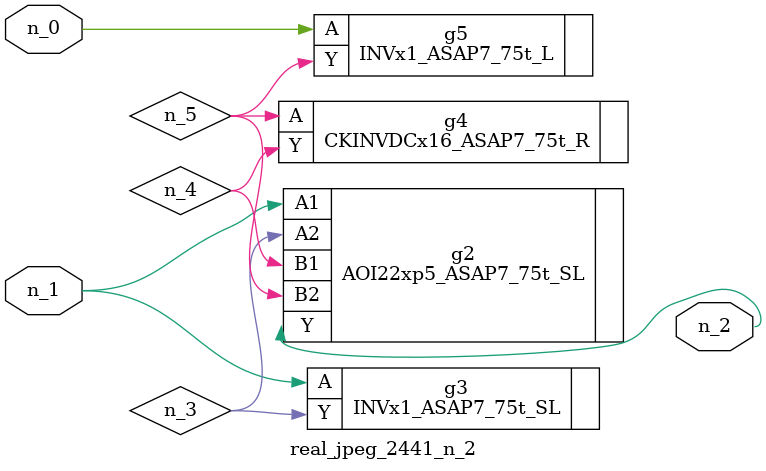
<source format=v>
module real_jpeg_2441_n_2 (n_1, n_0, n_2);

input n_1;
input n_0;

output n_2;

wire n_5;
wire n_4;
wire n_3;

INVx1_ASAP7_75t_L g5 ( 
.A(n_0),
.Y(n_5)
);

AOI22xp5_ASAP7_75t_SL g2 ( 
.A1(n_1),
.A2(n_3),
.B1(n_4),
.B2(n_5),
.Y(n_2)
);

INVx1_ASAP7_75t_SL g3 ( 
.A(n_1),
.Y(n_3)
);

CKINVDCx16_ASAP7_75t_R g4 ( 
.A(n_5),
.Y(n_4)
);


endmodule
</source>
